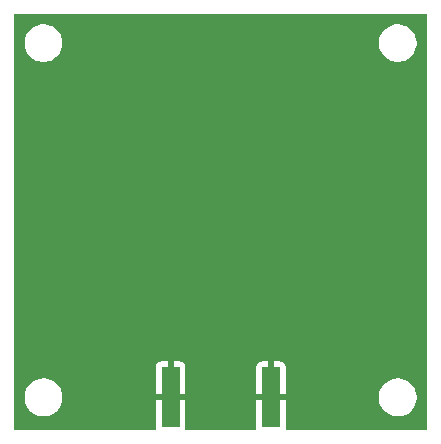
<source format=gbr>
%TF.GenerationSoftware,KiCad,Pcbnew,8.0.3*%
%TF.CreationDate,2024-10-28T17:10:34-04:00*%
%TF.ProjectId,PatchAntennaBreakout,50617463-6841-46e7-9465-6e6e61427265,rev?*%
%TF.SameCoordinates,Original*%
%TF.FileFunction,Copper,L2,Bot*%
%TF.FilePolarity,Positive*%
%FSLAX46Y46*%
G04 Gerber Fmt 4.6, Leading zero omitted, Abs format (unit mm)*
G04 Created by KiCad (PCBNEW 8.0.3) date 2024-10-28 17:10:34*
%MOMM*%
%LPD*%
G01*
G04 APERTURE LIST*
%TA.AperFunction,SMDPad,CuDef*%
%ADD10R,1.500000X5.080000*%
%TD*%
%TA.AperFunction,ViaPad*%
%ADD11C,0.600000*%
%TD*%
G04 APERTURE END LIST*
D10*
%TO.P,J1,2,Ext*%
%TO.N,Net-(J1-Ext)*%
X141250000Y-101000000D03*
X132750000Y-101000000D03*
%TD*%
D11*
%TO.N,Net-(J1-Ext)*%
X148000000Y-81000000D03*
X130000000Y-96000000D03*
X137000000Y-70000000D03*
X153000000Y-77000000D03*
X129000000Y-102000000D03*
X126000000Y-89000000D03*
X132000000Y-75000000D03*
X121000000Y-85000000D03*
X153000000Y-93000000D03*
X148000000Y-90000000D03*
X144000000Y-96000000D03*
X121000000Y-93000000D03*
X153000000Y-85000000D03*
X121000000Y-77000000D03*
X129000000Y-70000000D03*
X142000000Y-75000000D03*
X145000000Y-102000000D03*
X126000000Y-81000000D03*
X145000000Y-70000000D03*
%TD*%
%TA.AperFunction,Conductor*%
%TO.N,Net-(J1-Ext)*%
G36*
X154442539Y-68520185D02*
G01*
X154488294Y-68572989D01*
X154499500Y-68624500D01*
X154499500Y-103625500D01*
X154479815Y-103692539D01*
X154427011Y-103738294D01*
X154375500Y-103749500D01*
X142620665Y-103749500D01*
X142553626Y-103729815D01*
X142507871Y-103677011D01*
X142497375Y-103612245D01*
X142499999Y-103587828D01*
X142500000Y-103587827D01*
X142500000Y-101250000D01*
X140000000Y-101250000D01*
X140000000Y-103587828D01*
X140002625Y-103612245D01*
X139990219Y-103681005D01*
X139942608Y-103732142D01*
X139879335Y-103749500D01*
X134120665Y-103749500D01*
X134053626Y-103729815D01*
X134007871Y-103677011D01*
X133997375Y-103612245D01*
X133999999Y-103587828D01*
X134000000Y-103587827D01*
X134000000Y-101250000D01*
X131500000Y-101250000D01*
X131500000Y-103587828D01*
X131502625Y-103612245D01*
X131490219Y-103681005D01*
X131442608Y-103732142D01*
X131379335Y-103749500D01*
X119624500Y-103749500D01*
X119557461Y-103729815D01*
X119511706Y-103677011D01*
X119500500Y-103625500D01*
X119500500Y-100874038D01*
X120399500Y-100874038D01*
X120399500Y-101125961D01*
X120438910Y-101374785D01*
X120516760Y-101614383D01*
X120631132Y-101838848D01*
X120779201Y-102042649D01*
X120779205Y-102042654D01*
X120957345Y-102220794D01*
X120957350Y-102220798D01*
X121135117Y-102349952D01*
X121161155Y-102368870D01*
X121304184Y-102441747D01*
X121385616Y-102483239D01*
X121385618Y-102483239D01*
X121385621Y-102483241D01*
X121625215Y-102561090D01*
X121874038Y-102600500D01*
X121874039Y-102600500D01*
X122125961Y-102600500D01*
X122125962Y-102600500D01*
X122374785Y-102561090D01*
X122614379Y-102483241D01*
X122838845Y-102368870D01*
X123042656Y-102220793D01*
X123220793Y-102042656D01*
X123368870Y-101838845D01*
X123483241Y-101614379D01*
X123561090Y-101374785D01*
X123600500Y-101125962D01*
X123600500Y-100874038D01*
X150399500Y-100874038D01*
X150399500Y-101125961D01*
X150438910Y-101374785D01*
X150516760Y-101614383D01*
X150631132Y-101838848D01*
X150779201Y-102042649D01*
X150779205Y-102042654D01*
X150957345Y-102220794D01*
X150957350Y-102220798D01*
X151135117Y-102349952D01*
X151161155Y-102368870D01*
X151304184Y-102441747D01*
X151385616Y-102483239D01*
X151385618Y-102483239D01*
X151385621Y-102483241D01*
X151625215Y-102561090D01*
X151874038Y-102600500D01*
X151874039Y-102600500D01*
X152125961Y-102600500D01*
X152125962Y-102600500D01*
X152374785Y-102561090D01*
X152614379Y-102483241D01*
X152838845Y-102368870D01*
X153042656Y-102220793D01*
X153220793Y-102042656D01*
X153368870Y-101838845D01*
X153483241Y-101614379D01*
X153561090Y-101374785D01*
X153600500Y-101125962D01*
X153600500Y-100874038D01*
X153561090Y-100625215D01*
X153483241Y-100385621D01*
X153483239Y-100385618D01*
X153483239Y-100385616D01*
X153441747Y-100304184D01*
X153368870Y-100161155D01*
X153349952Y-100135117D01*
X153220798Y-99957350D01*
X153220794Y-99957345D01*
X153042654Y-99779205D01*
X153042649Y-99779201D01*
X152838848Y-99631132D01*
X152838847Y-99631131D01*
X152838845Y-99631130D01*
X152768747Y-99595413D01*
X152614383Y-99516760D01*
X152374785Y-99438910D01*
X152125962Y-99399500D01*
X151874038Y-99399500D01*
X151749626Y-99419205D01*
X151625214Y-99438910D01*
X151385616Y-99516760D01*
X151161151Y-99631132D01*
X150957350Y-99779201D01*
X150957345Y-99779205D01*
X150779205Y-99957345D01*
X150779201Y-99957350D01*
X150631132Y-100161151D01*
X150516760Y-100385616D01*
X150438910Y-100625214D01*
X150399500Y-100874038D01*
X123600500Y-100874038D01*
X123561090Y-100625215D01*
X123483241Y-100385621D01*
X123483239Y-100385618D01*
X123483239Y-100385616D01*
X123441747Y-100304184D01*
X123368870Y-100161155D01*
X123349952Y-100135117D01*
X123220798Y-99957350D01*
X123220794Y-99957345D01*
X123042654Y-99779205D01*
X123042649Y-99779201D01*
X122838848Y-99631132D01*
X122838847Y-99631131D01*
X122838845Y-99631130D01*
X122768747Y-99595413D01*
X122614383Y-99516760D01*
X122374785Y-99438910D01*
X122125962Y-99399500D01*
X121874038Y-99399500D01*
X121749626Y-99419205D01*
X121625214Y-99438910D01*
X121385616Y-99516760D01*
X121161151Y-99631132D01*
X120957350Y-99779201D01*
X120957345Y-99779205D01*
X120779205Y-99957345D01*
X120779201Y-99957350D01*
X120631132Y-100161151D01*
X120516760Y-100385616D01*
X120438910Y-100625214D01*
X120399500Y-100874038D01*
X119500500Y-100874038D01*
X119500500Y-98412155D01*
X131500000Y-98412155D01*
X131500000Y-100750000D01*
X132500000Y-100750000D01*
X133000000Y-100750000D01*
X134000000Y-100750000D01*
X134000000Y-98412172D01*
X133999999Y-98412155D01*
X140000000Y-98412155D01*
X140000000Y-100750000D01*
X141000000Y-100750000D01*
X141500000Y-100750000D01*
X142500000Y-100750000D01*
X142500000Y-98412172D01*
X142499999Y-98412155D01*
X142493598Y-98352627D01*
X142493596Y-98352620D01*
X142443354Y-98217913D01*
X142443350Y-98217906D01*
X142357190Y-98102812D01*
X142357187Y-98102809D01*
X142242093Y-98016649D01*
X142242086Y-98016645D01*
X142107379Y-97966403D01*
X142107372Y-97966401D01*
X142047844Y-97960000D01*
X141500000Y-97960000D01*
X141500000Y-100750000D01*
X141000000Y-100750000D01*
X141000000Y-97960000D01*
X140452155Y-97960000D01*
X140392627Y-97966401D01*
X140392620Y-97966403D01*
X140257913Y-98016645D01*
X140257906Y-98016649D01*
X140142812Y-98102809D01*
X140142809Y-98102812D01*
X140056649Y-98217906D01*
X140056645Y-98217913D01*
X140006403Y-98352620D01*
X140006401Y-98352627D01*
X140000000Y-98412155D01*
X133999999Y-98412155D01*
X133993598Y-98352627D01*
X133993596Y-98352620D01*
X133943354Y-98217913D01*
X133943350Y-98217906D01*
X133857190Y-98102812D01*
X133857187Y-98102809D01*
X133742093Y-98016649D01*
X133742086Y-98016645D01*
X133607379Y-97966403D01*
X133607372Y-97966401D01*
X133547844Y-97960000D01*
X133000000Y-97960000D01*
X133000000Y-100750000D01*
X132500000Y-100750000D01*
X132500000Y-97960000D01*
X131952155Y-97960000D01*
X131892627Y-97966401D01*
X131892620Y-97966403D01*
X131757913Y-98016645D01*
X131757906Y-98016649D01*
X131642812Y-98102809D01*
X131642809Y-98102812D01*
X131556649Y-98217906D01*
X131556645Y-98217913D01*
X131506403Y-98352620D01*
X131506401Y-98352627D01*
X131500000Y-98412155D01*
X119500500Y-98412155D01*
X119500500Y-70874038D01*
X120399500Y-70874038D01*
X120399500Y-71125961D01*
X120438910Y-71374785D01*
X120516760Y-71614383D01*
X120631132Y-71838848D01*
X120779201Y-72042649D01*
X120779205Y-72042654D01*
X120957345Y-72220794D01*
X120957350Y-72220798D01*
X121135117Y-72349952D01*
X121161155Y-72368870D01*
X121304184Y-72441747D01*
X121385616Y-72483239D01*
X121385618Y-72483239D01*
X121385621Y-72483241D01*
X121625215Y-72561090D01*
X121874038Y-72600500D01*
X121874039Y-72600500D01*
X122125961Y-72600500D01*
X122125962Y-72600500D01*
X122374785Y-72561090D01*
X122614379Y-72483241D01*
X122838845Y-72368870D01*
X123042656Y-72220793D01*
X123220793Y-72042656D01*
X123368870Y-71838845D01*
X123483241Y-71614379D01*
X123561090Y-71374785D01*
X123600500Y-71125962D01*
X123600500Y-70874038D01*
X150399500Y-70874038D01*
X150399500Y-71125961D01*
X150438910Y-71374785D01*
X150516760Y-71614383D01*
X150631132Y-71838848D01*
X150779201Y-72042649D01*
X150779205Y-72042654D01*
X150957345Y-72220794D01*
X150957350Y-72220798D01*
X151135117Y-72349952D01*
X151161155Y-72368870D01*
X151304184Y-72441747D01*
X151385616Y-72483239D01*
X151385618Y-72483239D01*
X151385621Y-72483241D01*
X151625215Y-72561090D01*
X151874038Y-72600500D01*
X151874039Y-72600500D01*
X152125961Y-72600500D01*
X152125962Y-72600500D01*
X152374785Y-72561090D01*
X152614379Y-72483241D01*
X152838845Y-72368870D01*
X153042656Y-72220793D01*
X153220793Y-72042656D01*
X153368870Y-71838845D01*
X153483241Y-71614379D01*
X153561090Y-71374785D01*
X153600500Y-71125962D01*
X153600500Y-70874038D01*
X153561090Y-70625215D01*
X153483241Y-70385621D01*
X153483239Y-70385618D01*
X153483239Y-70385616D01*
X153441747Y-70304184D01*
X153368870Y-70161155D01*
X153349952Y-70135117D01*
X153220798Y-69957350D01*
X153220794Y-69957345D01*
X153042654Y-69779205D01*
X153042649Y-69779201D01*
X152838848Y-69631132D01*
X152838847Y-69631131D01*
X152838845Y-69631130D01*
X152768747Y-69595413D01*
X152614383Y-69516760D01*
X152374785Y-69438910D01*
X152125962Y-69399500D01*
X151874038Y-69399500D01*
X151749626Y-69419205D01*
X151625214Y-69438910D01*
X151385616Y-69516760D01*
X151161151Y-69631132D01*
X150957350Y-69779201D01*
X150957345Y-69779205D01*
X150779205Y-69957345D01*
X150779201Y-69957350D01*
X150631132Y-70161151D01*
X150516760Y-70385616D01*
X150438910Y-70625214D01*
X150399500Y-70874038D01*
X123600500Y-70874038D01*
X123561090Y-70625215D01*
X123483241Y-70385621D01*
X123483239Y-70385618D01*
X123483239Y-70385616D01*
X123441747Y-70304184D01*
X123368870Y-70161155D01*
X123349952Y-70135117D01*
X123220798Y-69957350D01*
X123220794Y-69957345D01*
X123042654Y-69779205D01*
X123042649Y-69779201D01*
X122838848Y-69631132D01*
X122838847Y-69631131D01*
X122838845Y-69631130D01*
X122768747Y-69595413D01*
X122614383Y-69516760D01*
X122374785Y-69438910D01*
X122125962Y-69399500D01*
X121874038Y-69399500D01*
X121749626Y-69419205D01*
X121625214Y-69438910D01*
X121385616Y-69516760D01*
X121161151Y-69631132D01*
X120957350Y-69779201D01*
X120957345Y-69779205D01*
X120779205Y-69957345D01*
X120779201Y-69957350D01*
X120631132Y-70161151D01*
X120516760Y-70385616D01*
X120438910Y-70625214D01*
X120399500Y-70874038D01*
X119500500Y-70874038D01*
X119500500Y-68624500D01*
X119520185Y-68557461D01*
X119572989Y-68511706D01*
X119624500Y-68500500D01*
X154375500Y-68500500D01*
X154442539Y-68520185D01*
G37*
%TD.AperFunction*%
%TD*%
M02*

</source>
